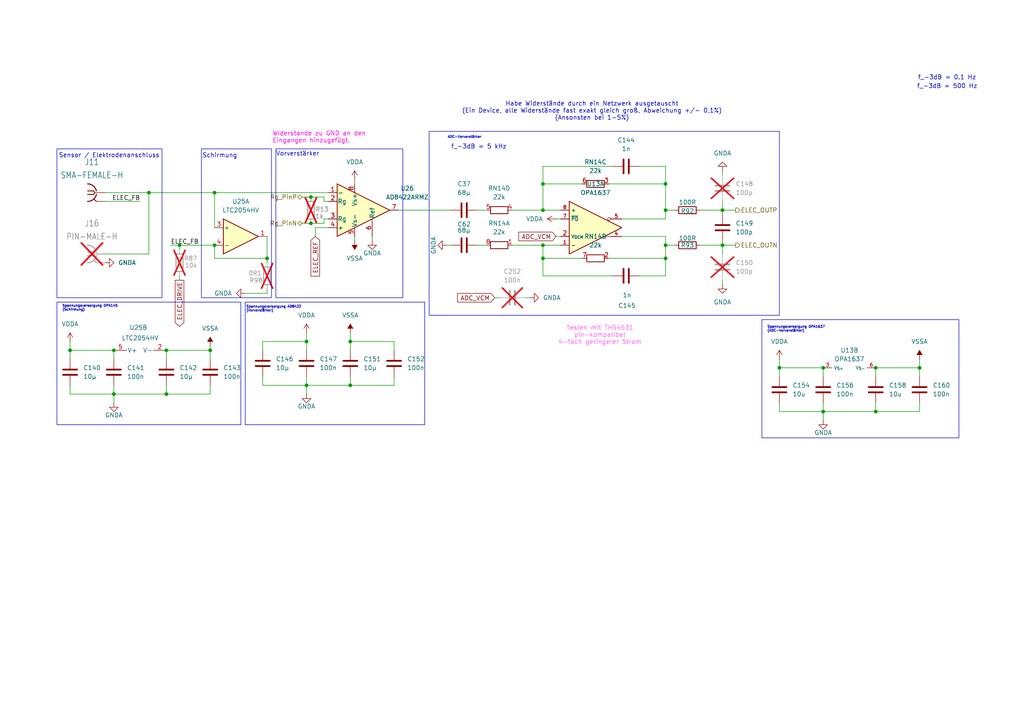
<source format=kicad_sch>
(kicad_sch (version 20250114) (generator "eeschema") (generator_version "9.0")
  (paper "A4")
  (lib_symbols
    (symbol "Amplifier_Instrumentation:AD8422" (pin_names (offset 0.127))
      (property "Reference" "U" (at 3.81 7.62 0))
      (property "Value" "AD8422" (at 3.81 5.08 0))
      (symbol "AD8422_0_1"
        (polyline (pts (xy -7.62 7.62) (xy -7.62 -7.62) (xy 7.62 0) (xy -7.62 7.62)) (stroke (width 0.254)) (fill (type background)))
      )
      (symbol "AD8422_1_1"
        (pin input line (at -10.16 5.08 0) (length 2.54) (name "-") (number "1"))
        (pin passive line (at -10.16 2.54 0) (length 2.54) (name "Rg") (number "2"))
        (pin passive line (at -10.16 -2.54 0) (length 2.54) (name "Rg") (number "3"))
        (pin input line (at -10.16 -5.08 0) (length 2.54) (name "+") (number "4"))
        (pin power_in line (at -2.54 7.62 270) (length 2.54) (name "Vs+") (number "8"))
        (pin power_in line (at -2.54 -7.62 90) (length 2.54) (name "Vs-") (number "5"))
        (pin passive line (at 2.54 -7.62 90) (length 5.08) (name "Ref") (number "6"))
        (pin output line (at 10.16 0 180) (length 2.54) (name "~") (number "7"))
      )
    )
    (symbol "amplifier:LTC2054HV" (pin_names (offset 0.127)) (exclude_from_sim yes)
      (property "Reference" "U" (at 0 5.08 0))
      (property "Value" "LTC2054" (at 0 -5.08 0))
      (symbol "LTC2054HV_1_1"
        (polyline (pts (xy -5.08 5.08) (xy 5.08 0) (xy -5.08 -5.08) (xy -5.08 5.08)) (stroke (width 0.254)) (fill (type background)))
        (pin input line (at -7.62 2.54 0) (length 2.54) (name "+") (number "3"))
        (pin input line (at -7.62 -2.54 0) (length 2.54) (name "-") (number "4"))
        (pin output line (at 7.62 0 180) (length 2.54) (name "~") (number "1"))
      )
      (symbol "LTC2054HV_2_1"
        (pin power_in line (at 0 7.62 270) (length 3.81) (name "V+") (number "5"))
        (pin power_in line (at 0 -7.62 90) (length 3.81) (name "V-") (number "2"))
      )
    )
    (symbol "amplifier:OPA145_SOT" (pin_names (offset 0.127)) (exclude_from_sim yes)
      (property "Reference" "U" (at 0 5.08 0))
      (property "Value" "OPA145_SOT" (at 0 -5.08 0))
      (symbol "OPA145_SOT_1_1"
        (polyline (pts (xy -5.08 5.08) (xy 5.08 0) (xy -5.08 -5.08) (xy -5.08 5.08)) (stroke (width 0.254)) (fill (type background)))
        (pin input line (at -7.62 2.54 0) (length 2.54) (name "+") (number "3"))
        (pin input line (at -7.62 -2.54 0) (length 2.54) (name "-") (number "4"))
        (pin output line (at 7.62 0 180) (length 2.54) (name "~") (number "1"))
      )
      (symbol "OPA145_SOT_2_1"
        (pin power_in line (at 0 7.62 270) (length 3.81) (name "V+") (number "5"))
        (pin power_in line (at 0 -7.62 90) (length 3.81) (name "V-") (number "2"))
      )
    )
    (symbol "amplifier:OPA1637" (exclude_from_sim yes)
      (property "Reference" "U" (at 6.35 -4.064 0))
      (property "Value" "OPA1637" (at 10.16 -6.35 0))
      (symbol "OPA1637_1_1"
        (polyline (pts (xy -7.62 7.62) (xy -7.62 -7.62) (xy 7.62 0) (xy -7.62 7.62)) (stroke (width 0.254)) (fill (type background)))
        (circle (center 3.937 2.54) (radius 0.4064))
        (polyline (pts (xy 4.445 -2.54) (xy 2.54 -2.54)))
        (pin input line (at -10.16 5.08 0) (length 2.54) (name "+") (number "8"))
        (pin input line (at -10.16 2.54 0) (length 2.54) (name "~{PD}") (number "7"))
        (pin input line (at -10.16 -2.54 0) (length 2.54) (name "V_{OCM}") (number "2"))
        (pin input line (at -10.16 -5.08 0) (length 2.54) (name "-") (number "1"))
        (pin output line (at 7.62 2.54 180) (length 3.175) (name "") (number "5"))
        (pin output line (at 7.62 -2.54 180) (length 3.175) (name "") (number "4"))
      )
      (symbol "OPA1637_2_1"
        (pin power_in line (at 0 7.62 270) (length 2.54) (name "V_{S+}") (number "3"))
        (pin power_in line (at 0 -7.62 90) (length 2.54) (name "V_{S-}") (number "6"))
      )
    )
    (symbol "connectors:PIN-MALE-H" (exclude_from_sim yes)
      (property "Reference" "J" (at -2.54 3.302 0))
      (property "Value" "PIN-MALE-H" (at -3.048 -5.334 0))
      (symbol "PIN-MALE-H_1_0"
        (polyline (pts (xy -2.54 0.508) (xy -0.762 0.508)) (stroke (width 0.254)))
        (arc (start 0 -0.508) (mid -0.9022 -1.9838) (end -2.54 -2.54) (stroke (width 0.3048)))
        (arc (start -2.54 2.54) (mid -0.9022 1.9838) (end 0 0.508) (stroke (width 0.3048)))
        (polyline (pts (xy -0.762 0.508) (xy -0.508 0)) (stroke (width 0.254)))
        (polyline (pts (xy -0.762 -0.508) (xy -2.54 -0.508)) (stroke (width 0.254)))
        (polyline (pts (xy -0.508 0) (xy -0.762 -0.508)) (stroke (width 0.254)))
        (polyline (pts (xy 0 0) (xy -0.508 0)) (stroke (width 0.1524)))
        (polyline (pts (xy 0 -2.54) (xy -0.762 -1.778)) (stroke (width 0.254)))
        (pin bidirectional line (at 2.54 0 180) (length 2.54) (name "SIG") (number "1"))
        (pin passive line (at 2.54 -2.54 180) (length 2.54) (name "GND") (number "2"))
      )
    )
    (symbol "connectors:SMA-FEMALE-H" (exclude_from_sim yes)
      (property "Reference" "J" (at -2.54 3.302 0))
      (property "Value" "SMA-FEMALE-H" (at -3.048 -5.334 0))
      (symbol "SMA-FEMALE-H_1_0"
        (polyline (pts (xy -2.54 0.508) (xy -0.762 0.508)) (stroke (width 0.254)))
        (arc (start 0 -0.508) (mid -0.9022 -1.9838) (end -2.54 -2.54) (stroke (width 0.3048)))
        (arc (start -2.54 2.54) (mid -0.9022 1.9838) (end 0 0.508) (stroke (width 0.3048)))
        (polyline (pts (xy -0.762 0.508) (xy -0.508 0)) (stroke (width 0.254)))
        (polyline (pts (xy -0.762 -0.508) (xy -2.54 -0.508)) (stroke (width 0.254)))
        (polyline (pts (xy -0.508 0) (xy -0.762 -0.508)) (stroke (width 0.254)))
        (polyline (pts (xy 0 0) (xy -0.508 0)) (stroke (width 0.1524)))
        (polyline (pts (xy 0 -2.54) (xy -0.762 -1.778)) (stroke (width 0.254)))
        (pin bidirectional line (at 2.54 0 180) (length 2.54) (name "SIG") (number "1"))
        (pin passive line (at 2.54 -2.54 180) (length 2.54) (name "GND") (number "2"))
      )
    )
    (symbol "passive:C0603" (pin_numbers (hide yes)) (pin_names (offset 0.254))
      (property "Reference" "C" (at 0.635 2.54 0))
      (property "Value" "C0603" (at 0.635 -2.54 0))
      (symbol "C0603_0_1"
        (polyline (pts (xy -2.032 0.762) (xy 2.032 0.762)) (stroke (width 0.508)))
        (polyline (pts (xy -2.032 -0.762) (xy 2.032 -0.762)) (stroke (width 0.508)))
      )
      (symbol "C0603_1_1"
        (pin passive line (at 0 3.81 270) (length 2.794) (name "~") (number "1"))
        (pin passive line (at 0 -3.81 90) (length 2.794) (name "~") (number "2"))
      )
    )
    (symbol "passive:R0603" (pin_numbers (hide yes)) (pin_names (offset 0))
      (property "Reference" "R" (at 2.032 0 90))
      (property "Value" "R" (at 0 0 90))
      (symbol "R0603_0_1"
        (rectangle (start -1.016 -2.54) (end 1.016 2.54) (stroke (width 0.254)))
      )
      (symbol "R0603_1_1"
        (pin passive line (at 0 3.81 270) (length 1.27) (name "~") (number "1"))
        (pin passive line (at 0 -3.81 90) (length 1.27) (name "~") (number "2"))
      )
    )
    (symbol "passive:R_Network_04_YC164" (pin_names (offset 0) (hide yes))
      (property "Reference" "RN" (at 2.032 0 90))
      (property "Value" "R_Network_04_YC164" (at 0 0 90))
      (symbol "R_Network_04_YC164_0_1"
        (rectangle (start -1.016 2.54) (end 1.016 -2.54) (stroke (width 0.254)) (fill (type color) (color 255 255 255 1)))
      )
      (symbol "R_Network_04_YC164_1_1"
        (pin passive line (at 0 3.81 270) (length 1.27) (name "R1.2") (number "8"))
        (pin passive line (at 0 -3.81 90) (length 1.27) (name "R1.1") (number "1"))
      )
      (symbol "R_Network_04_YC164_2_1"
        (pin passive line (at 0 3.81 270) (length 1.27) (name "R2.2") (number "7"))
        (pin passive line (at 0 -3.81 90) (length 1.27) (name "R2.1") (number "2"))
      )
      (symbol "R_Network_04_YC164_3_0"
        (pin passive line (at 0 3.81 270) (length 1.27) (name "R3.2") (number "6"))
      )
      (symbol "R_Network_04_YC164_3_1"
        (pin passive line (at 0 -3.81 90) (length 1.27) (name "R3.1") (number "3"))
      )
      (symbol "R_Network_04_YC164_4_0"
        (pin passive line (at 0 3.81 270) (length 1.27) (name "R4.2") (number "5"))
        (pin passive line (at 0 -3.81 90) (length 1.27) (name "R4.1") (number "4"))
      )
    )
    (symbol "power:GND" (power) (pin_numbers (hide yes)) (pin_names (offset 0) (hide yes))
      (property "Value" "GND" (at 0 -3.81 0))
      (symbol "GND_0_1"
        (polyline (pts (xy 0 0) (xy 0 -1.27) (xy 1.27 -1.27) (xy 0 -2.54) (xy -1.27 -1.27) (xy 0 -1.27)))
      )
      (symbol "GND_1_1"
        (pin power_in line (at 0 0 270) (length 0) (name "~") (number "1"))
      )
    )
    (symbol "power:GNDA" (power) (pin_numbers (hide yes)) (pin_names (offset 0) (hide yes))
      (property "Value" "GNDA" (at 0 -3.81 0))
      (symbol "GNDA_0_1"
        (polyline (pts (xy 0 0) (xy 0 -1.27) (xy 1.27 -1.27) (xy 0 -2.54) (xy -1.27 -1.27) (xy 0 -1.27)))
      )
      (symbol "GNDA_1_1"
        (pin power_in line (at 0 0 270) (length 0) (name "~") (number "1"))
      )
    )
    (symbol "power:VDDA" (power) (pin_numbers (hide yes)) (pin_names (offset 0) (hide yes))
      (property "Value" "VDDA" (at 0 3.556 0))
      (symbol "VDDA_0_1"
        (polyline (pts (xy -0.762 1.27) (xy 0 2.54)))
        (polyline (pts (xy 0 2.54) (xy 0.762 1.27)))
        (polyline (pts (xy 0 0) (xy 0 2.54)))
      )
      (symbol "VDDA_1_1"
        (pin power_in line (at 0 0 90) (length 0) (name "~") (number "1"))
      )
    )
    (symbol "power:VSSA" (power) (pin_numbers (hide yes)) (pin_names (offset 0) (hide yes))
      (property "Value" "VSSA" (at 0 3.556 0))
      (symbol "VSSA_0_1"
        (polyline (pts (xy 0 0) (xy 0 2.54)))
        (polyline (pts (xy 0.762 1.27) (xy -0.762 1.27) (xy 0 2.54) (xy 0.762 1.27)) (fill (type outline)))
      )
      (symbol "VSSA_1_1"
        (pin power_in line (at 0 0 90) (length 0) (name "~") (number "1"))
      )
    )
  )
  (rectangle (start 220.98 92.71) (end 278.13 127))
  (rectangle (start 58.42 43.18) (end 78.74 86.36))
  (rectangle (start 16.51 87.63) (end 69.85 123.19))
  (rectangle (start 124.46 38.1) (end 226.06 91.44))
  (rectangle (start 80.01 43.18) (end 116.84 86.36))
  (rectangle (start 71.12 87.63) (end 123.19 123.19))
  (rectangle (start 16.51 43.18) (end 46.99 86.36))
  (text "Spannungsversorgung AD8422\n(Vorverstärker)" (at 71.374 89.662 0) (effects (font (size 0.7 0.7)) (justify left)))
  (text "f_-3dB = 0.1 Hz" (at 266.192 21.844 0) (effects (font (size 1.27 1.27)) (justify left top)))
  (text "Testen mit THS4531\npin-kompatibel\n4-fach geringerer Strom" (at 173.99 97.282 0) (effects (font (size 1.27 1.27))))
  (text "Schirmung" (at 63.754 45.212 0) (effects (font (size 1.27 1.27))))
  (text "Vorverstärker" (at 86.36 44.704 0) (effects (font (size 1.27 1.27))))
  (text "Spannungsversorgung OPA1637\n(ADC-Vorverstärker)" (at 222.504 95.504 0) (effects (font (size 0.7 0.7)) (justify left)))
  (text "Spannungsversorgung OPA145\n(Schirmung)" (at 18.034 89.408 0) (effects (font (size 0.7 0.7)) (justify left)))
  (text "ADC-Vorverstärker" (at 129.794 39.878 0) (effects (font (size 0.7 0.7)) (justify left)))
  (text "Sensor / Elektrodenanschluss" (at 17.018 44.45 0) (effects (font (size 1.27 1.27)) (justify left top)))
  (text "Habe Widerstände durch ein Netzwerk ausgetauscht\n(Ein Device, alle Widerstände fast exakt gleich groß, Abweichung +/- 0,1%)\n(Ansonsten bei 1-5%)" (at 171.704 32.258 0) (effects (font (size 1.27 1.27))))
  (text "f_-3dB = 500 Hz" (at 265.938 24.384 0) (effects (font (size 1.27 1.27)) (justify left top)))
  (text "WIderstande zu GND an den \nEingangen hinzugefügt." (at 78.994 39.878 0) (effects (font (size 1.27 1.27)) (justify left)))
  (text "f_-3dB = 5 kHz" (at 130.81 41.91 0) (effects (font (size 1.27 1.27)) (justify left top)))
  (junction (at 62.23 55.88))
  (junction (at 60.96 101.6))
  (junction (at 101.6 99.06))
  (junction (at 157.48 71.12))
  (junction (at 157.48 53.34))
  (junction (at 209.55 60.96))
  (junction (at 254 106.68))
  (junction (at 33.02 101.6))
  (junction (at 157.48 60.96))
  (junction (at 48.26 114.3))
  (junction (at 254 119.38))
  (junction (at 20.32 101.6))
  (junction (at 77.47 74.93))
  (junction (at 48.26 101.6))
  (junction (at 238.76 119.38))
  (junction (at 62.23 71.12))
  (junction (at 193.04 60.96))
  (junction (at 33.02 114.3))
  (junction (at 157.48 74.93))
  (junction (at 226.06 106.68))
  (junction (at 101.6 111.76))
  (junction (at 193.04 71.12))
  (junction (at 238.76 106.68))
  (junction (at 90.17 57.15))
  (junction (at 88.9 111.76))
  (junction (at 90.17 64.77))
  (junction (at 43.18 55.88))
  (junction (at 209.55 71.12))
  (junction (at 88.9 99.06))
  (junction (at 193.04 74.93))
  (junction (at 52.07 71.12))
  (junction (at 193.04 53.34))
  (junction (at 266.7 106.68))
  (wire (pts (xy 129.54 71.12) (xy 130.81 71.12)))
  (wire (pts (xy 176.53 53.34) (xy 193.04 53.34)))
  (wire (pts (xy 157.48 60.96) (xy 162.56 60.96)))
  (wire (pts (xy 226.06 106.68) (xy 238.76 106.68)))
  (wire (pts (xy 254 106.68) (xy 254 109.22)))
  (wire (pts (xy 161.29 63.5) (xy 162.56 63.5)))
  (wire (pts (xy 193.04 68.58) (xy 193.04 71.12)))
  (wire (pts (xy 157.48 60.96) (xy 157.48 53.34)))
  (wire (pts (xy 143.51 86.36) (xy 144.78 86.36)))
  (wire (pts (xy 226.06 106.68) (xy 226.06 109.22)))
  (wire (pts (xy 60.96 100.33) (xy 60.96 101.6)))
  (wire (pts (xy 30.48 73.66) (xy 43.18 73.66)))
  (wire (pts (xy 185.42 80.01) (xy 193.04 80.01)))
  (wire (pts (xy 48.26 111.76) (xy 48.26 114.3)))
  (wire (pts (xy 209.55 71.12) (xy 213.36 71.12)))
  (wire (pts (xy 209.55 60.96) (xy 213.36 60.96)))
  (wire (pts (xy 48.26 101.6) (xy 48.26 104.14)))
  (wire (pts (xy 226.06 119.38) (xy 238.76 119.38)))
  (wire (pts (xy 102.87 68.58) (xy 102.87 69.85)))
  (wire (pts (xy 254 119.38) (xy 266.7 119.38)))
  (wire (pts (xy 76.2 99.06) (xy 76.2 101.6)))
  (wire (pts (xy 62.23 55.88) (xy 95.25 55.88)))
  (wire (pts (xy 203.2 71.12) (xy 209.55 71.12)))
  (wire (pts (xy 20.32 99.06) (xy 20.32 101.6)))
  (wire (pts (xy 193.04 60.96) (xy 193.04 63.5)))
  (wire (pts (xy 209.55 71.12) (xy 209.55 69.85)))
  (wire (pts (xy 115.57 60.96) (xy 130.81 60.96)))
  (wire (pts (xy 209.55 49.53) (xy 209.55 50.8)))
  (wire (pts (xy 193.04 71.12) (xy 193.04 74.93)))
  (wire (pts (xy 87.63 57.15) (xy 90.17 57.15)))
  (wire (pts (xy 90.17 57.15) (xy 93.98 57.15)))
  (wire (pts (xy 52.07 71.12) (xy 52.07 72.39)))
  (wire (pts (xy 48.26 101.6) (xy 60.96 101.6)))
  (wire (pts (xy 101.6 99.06) (xy 101.6 101.6)))
  (wire (pts (xy 30.48 55.88) (xy 43.18 55.88)))
  (wire (pts (xy 157.48 71.12) (xy 162.56 71.12)))
  (wire (pts (xy 157.48 74.93) (xy 157.48 80.01)))
  (wire (pts (xy 102.87 52.07) (xy 102.87 53.34)))
  (wire (pts (xy 90.17 64.77) (xy 93.98 64.77)))
  (wire (pts (xy 238.76 106.68) (xy 238.76 109.22)))
  (wire (pts (xy 114.3 99.06) (xy 114.3 101.6)))
  (wire (pts (xy 148.59 60.96) (xy 157.48 60.96)))
  (wire (pts (xy 157.48 48.26) (xy 157.48 53.34)))
  (wire (pts (xy 209.55 71.12) (xy 209.55 73.66)))
  (wire (pts (xy 52.07 71.12) (xy 62.23 71.12)))
  (wire (pts (xy 93.98 57.15) (xy 93.98 58.42)))
  (wire (pts (xy 161.29 68.58) (xy 162.56 68.58)))
  (wire (pts (xy 140.97 60.96) (xy 138.43 60.96)))
  (wire (pts (xy 114.3 109.22) (xy 114.3 111.76)))
  (wire (pts (xy 93.98 64.77) (xy 93.98 63.5)))
  (wire (pts (xy 157.48 48.26) (xy 177.8 48.26)))
  (wire (pts (xy 176.53 74.93) (xy 193.04 74.93)))
  (wire (pts (xy 101.6 109.22) (xy 101.6 111.76)))
  (wire (pts (xy 60.96 111.76) (xy 60.96 114.3)))
  (wire (pts (xy 254 116.84) (xy 254 119.38)))
  (wire (pts (xy 91.44 68.58) (xy 91.44 66.04)))
  (wire (pts (xy 101.6 99.06) (xy 114.3 99.06)))
  (wire (pts (xy 76.2 111.76) (xy 88.9 111.76)))
  (wire (pts (xy 33.02 114.3) (xy 48.26 114.3)))
  (wire (pts (xy 193.04 53.34) (xy 193.04 60.96)))
  (wire (pts (xy 30.48 58.42) (xy 40.64 58.42)))
  (wire (pts (xy 209.55 58.42) (xy 209.55 60.96)))
  (wire (pts (xy 77.47 85.09) (xy 77.47 83.82)))
  (wire (pts (xy 43.18 73.66) (xy 43.18 55.88)))
  (wire (pts (xy 238.76 116.84) (xy 238.76 119.38)))
  (wire (pts (xy 49.53 71.12) (xy 52.07 71.12)))
  (wire (pts (xy 138.43 71.12) (xy 140.97 71.12)))
  (wire (pts (xy 157.48 74.93) (xy 168.91 74.93)))
  (wire (pts (xy 93.98 63.5) (xy 95.25 63.5)))
  (wire (pts (xy 148.59 71.12) (xy 157.48 71.12)))
  (wire (pts (xy 226.06 116.84) (xy 226.06 119.38)))
  (wire (pts (xy 62.23 71.12) (xy 62.23 74.93)))
  (wire (pts (xy 76.2 109.22) (xy 76.2 111.76)))
  (wire (pts (xy 107.95 68.58) (xy 107.95 69.85)))
  (wire (pts (xy 33.02 101.6) (xy 33.02 104.14)))
  (wire (pts (xy 185.42 48.26) (xy 193.04 48.26)))
  (wire (pts (xy 60.96 101.6) (xy 60.96 104.14)))
  (wire (pts (xy 193.04 60.96) (xy 195.58 60.96)))
  (wire (pts (xy 193.04 74.93) (xy 193.04 80.01)))
  (wire (pts (xy 43.18 55.88) (xy 62.23 55.88)))
  (wire (pts (xy 266.7 106.68) (xy 266.7 109.22)))
  (wire (pts (xy 33.02 111.76) (xy 33.02 114.3)))
  (wire (pts (xy 266.7 104.14) (xy 266.7 106.68)))
  (wire (pts (xy 152.4 86.36) (xy 153.67 86.36)))
  (wire (pts (xy 87.63 64.77) (xy 90.17 64.77)))
  (wire (pts (xy 20.32 101.6) (xy 20.32 104.14)))
  (wire (pts (xy 209.55 60.96) (xy 209.55 62.23)))
  (wire (pts (xy 193.04 71.12) (xy 195.58 71.12)))
  (wire (pts (xy 88.9 111.76) (xy 101.6 111.76)))
  (wire (pts (xy 77.47 68.58) (xy 77.47 74.93)))
  (wire (pts (xy 193.04 63.5) (xy 180.34 63.5)))
  (wire (pts (xy 193.04 48.26) (xy 193.04 53.34)))
  (wire (pts (xy 88.9 109.22) (xy 88.9 111.76)))
  (wire (pts (xy 203.2 60.96) (xy 209.55 60.96)))
  (wire (pts (xy 157.48 53.34) (xy 168.91 53.34)))
  (wire (pts (xy 20.32 111.76) (xy 20.32 114.3)))
  (wire (pts (xy 266.7 116.84) (xy 266.7 119.38)))
  (wire (pts (xy 88.9 111.76) (xy 88.9 114.3)))
  (wire (pts (xy 88.9 96.52) (xy 88.9 99.06)))
  (wire (pts (xy 180.34 68.58) (xy 193.04 68.58)))
  (wire (pts (xy 88.9 99.06) (xy 88.9 101.6)))
  (wire (pts (xy 33.02 114.3) (xy 33.02 116.84)))
  (wire (pts (xy 48.26 114.3) (xy 60.96 114.3)))
  (wire (pts (xy 20.32 114.3) (xy 33.02 114.3)))
  (wire (pts (xy 101.6 96.52) (xy 101.6 99.06)))
  (wire (pts (xy 62.23 74.93) (xy 77.47 74.93)))
  (wire (pts (xy 62.23 55.88) (xy 62.23 66.04)))
  (wire (pts (xy 76.2 99.06) (xy 88.9 99.06)))
  (wire (pts (xy 101.6 111.76) (xy 114.3 111.76)))
  (wire (pts (xy 226.06 104.14) (xy 226.06 106.68)))
  (wire (pts (xy 91.44 66.04) (xy 95.25 66.04)))
  (wire (pts (xy 238.76 119.38) (xy 238.76 121.92)))
  (wire (pts (xy 254 106.68) (xy 266.7 106.68)))
  (wire (pts (xy 20.32 101.6) (xy 33.02 101.6)))
  (wire (pts (xy 238.76 119.38) (xy 254 119.38)))
  (wire (pts (xy 209.55 81.28) (xy 209.55 82.55)))
  (wire (pts (xy 157.48 80.01) (xy 177.8 80.01)))
  (wire (pts (xy 71.12 85.09) (xy 77.47 85.09)))
  (wire (pts (xy 157.48 71.12) (xy 157.48 74.93)))
  (wire (pts (xy 77.47 74.93) (xy 77.47 76.2)))
  (wire (pts (xy 93.98 58.42) (xy 95.25 58.42)))
  (wire (pts (xy 52.07 80.01) (xy 52.07 81.28)))
  (label "ELEC_FB" (at 49.53 71.12 0))
  (label "ELEC_FB" (at 40.64 58.42 180))
  (global_label "ADC_VCM" (shape input) (at 161.29 68.58 180) (property "Intersheetrefs" "${INTERSHEET_REFS}" (effects (hide yes))))
  (global_label "ELEC_DRIVE" (shape output) (at 52.07 81.28 270) (property "Intersheetrefs" "${INTERSHEET_REFS}" (effects (hide yes))))
  (global_label "ADC_VCM" (shape input) (at 143.51 86.36 180) (property "Intersheetrefs" "${INTERSHEET_REFS}" (effects (hide yes))))
  (global_label "ELEC_REF" (shape input) (at 91.44 68.58 270) (property "Intersheetrefs" "${INTERSHEET_REFS}" (effects (hide yes))))
  (hierarchical_label "Rg_PinP" (shape bidirectional) (at 87.63 57.15 180))
  (hierarchical_label "ELEC_OUTP" (shape output) (at 213.36 60.96 0))
  (hierarchical_label "Rg_PinN" (shape bidirectional) (at 87.63 64.77 180))
  (hierarchical_label "ELEC_OUTN" (shape output) (at 213.36 71.12 0))
  (symbol (lib_id "passive:C0603") (at 48.26 107.95 0) (unit 1)
    (property "Reference" "C17" (at 52.07 106.6799 0) (effects (justify left)))
    (property "Value" "10µ" (at 52.07 109.2199 0) (effects (justify left)))
    (property "Footprint" "Capacitor_SMD:C_0603_1608Metric" (effects (hide yes)))
    (property "Description" "Unpolarized capacitor" (effects (hide yes)))
    (instances (project "Hardware_Generation_3" (path "" (reference "C142") (unit 1)) (path "" (reference "C92") (unit 1)) (path "" (reference "C167") (unit 1)) (path "" (reference "C17") (unit 1)) (path "" (reference "C192") (unit 1)) (path "" (reference "C67") (unit 1)) (path "" (reference "C117") (unit 1)) (path "" (reference "C42") (unit 1))))
  )
  (symbol (lib_id "passive:R0603") (at 77.47 80.01 0) (unit 1) (in_bom no) (dnp yes)
    (property "Reference" "R91" (at 76.2 81.28 0) (effects (justify right)))
    (property "Value" "0R1" (at 75.946 79.248 0) (effects (justify right)))
    (property "Footprint" "Resistor_SMD:R_0603_1608Metric" (effects (hide yes)))
    (property "Description" "Resistor" (effects (hide yes)))
    (instances (project "eeg_hardware_v1" (path "" (reference "R98") (unit 1)) (path "" (reference "R96") (unit 1)) (path "" (reference "R99") (unit 1)) (path "" (reference "R91") (unit 1)) (path "" (reference "R100") (unit 1)) (path "" (reference "R95") (unit 1)) (path "" (reference "R97") (unit 1)) (path "" (reference "R94") (unit 1))))
  )
  (symbol (lib_id "power:VSSA") (at 101.6 96.52 0) (unit 1)
    (property "Reference" "#PWR087" (effects (hide yes)))
    (property "Value" "VSSA" (at 101.6 91.44 0))
    (property "Description" "Power symbol creates a global label with name \"VSSA\"" (effects (hide yes)))
    (instances (project "eeg_hardware_v1" (path "" (reference "#PWR0120") (unit 1)) (path "" (reference "#PWR0111") (unit 1)) (path "" (reference "#PWR0127") (unit 1)) (path "" (reference "#PWR087") (unit 1)) (path "" (reference "#PWR0134") (unit 1)) (path "" (reference "#PWR0110") (unit 1)) (path "" (reference "#PWR0119") (unit 1)) (path "" (reference "#PWR0103") (unit 1))))
  )
  (symbol (lib_id "power:GNDA") (at 71.12 85.09 270) (unit 1)
    (property "Reference" "#PWR0205" (effects (hide yes)))
    (property "Value" "GNDA" (at 67.31 85.0899 90) (effects (justify right)))
    (property "Description" "Power symbol creates a global label with name \"GNDA\" , analog ground" (effects (hide yes)))
    (instances (project "eeg_hardware_v1" (path "" (reference "#PWR0210") (unit 1)) (path "" (reference "#PWR0208") (unit 1)) (path "" (reference "#PWR0212") (unit 1)) (path "" (reference "#PWR0205") (unit 1)) (path "" (reference "#PWR0215") (unit 1)) (path "" (reference "#PWR0207") (unit 1)) (path "" (reference "#PWR0209") (unit 1)) (path "" (reference "#PWR0206") (unit 1))))
  )
  (symbol (lib_id "passive:C0603") (at 266.7 113.03 0) (unit 1)
    (property "Reference" "C35" (at 270.51 111.7599 0) (effects (justify left)))
    (property "Value" "100n" (at 270.51 114.2999 0) (effects (justify left)))
    (property "Footprint" "Capacitor_SMD:C_0603_1608Metric" (effects (hide yes)))
    (property "Description" "Unpolarized capacitor" (effects (hide yes)))
    (instances (project "Hardware_Generation_3" (path "" (reference "C160") (unit 1)) (path "" (reference "C110") (unit 1)) (path "" (reference "C185") (unit 1)) (path "" (reference "C35") (unit 1)) (path "" (reference "C210") (unit 1)) (path "" (reference "C85") (unit 1)) (path "" (reference "C135") (unit 1)) (path "" (reference "C60") (unit 1))))
  )
  (symbol (lib_id "amplifier:OPA1637") (at 246.38 106.68 90) (unit 2) (exclude_from_sim yes)
    (property "Reference" "U5" (at 246.38 101.6 90))
    (property "Value" "OPA1637" (at 246.38 104.14 90))
    (property "Footprint" "custom_library:VSSOP-8_3x3mm_P0.65mm" (effects (hide yes)))
    (property "Datasheet" "https://www.ti.com/lit/ds/symlink/opa1637.pdf?ts=1730469635189&ref_url=https%253A%252F%252Fwww.ti.com%252Fproduct%252Fde-de%252FOPA1637" (effects (hide yes)))
    (property "Description" "OPA1637 High-Fidelity, Low-Noise, Fully-Differential, Burr-Brown™ Audio Operational Amplifier" (effects (hide yes)))
    (instances (project "" (path "" (reference "U13") (unit 2)) (path "" (reference "U10") (unit 2)) (path "" (reference "U15") (unit 2)) (path "" (reference "U5") (unit 2)) (path "" (reference "U17") (unit 2)) (path "" (reference "U8") (unit 2)) (path "" (reference "U12") (unit 2)) (path "" (reference "U7") (unit 2))))
  )
  (symbol (lib_id "passive:C0603") (at 60.96 107.95 0) (unit 1)
    (property "Reference" "C18" (at 64.77 106.6799 0) (effects (justify left)))
    (property "Value" "100n" (at 64.77 109.2199 0) (effects (justify left)))
    (property "Footprint" "Capacitor_SMD:C_0603_1608Metric" (effects (hide yes)))
    (property "Description" "Unpolarized capacitor" (effects (hide yes)))
    (instances (project "Hardware_Generation_3" (path "" (reference "C143") (unit 1)) (path "" (reference "C93") (unit 1)) (path "" (reference "C168") (unit 1)) (path "" (reference "C18") (unit 1)) (path "" (reference "C193") (unit 1)) (path "" (reference "C68") (unit 1)) (path "" (reference "C118") (unit 1)) (path "" (reference "C43") (unit 1))))
  )
  (symbol (lib_id "power:VSSA") (at 266.7 104.14 0) (unit 1)
    (property "Reference" "#PWR0175" (effects (hide yes)))
    (property "Value" "VSSA" (at 266.7 99.06 0))
    (property "Description" "Power symbol creates a global label with name \"VSSA\"" (effects (hide yes)))
    (instances (project "eeg_hardware_v1" (path "" (reference "#PWR0186") (unit 1)) (path "" (reference "#PWR0182") (unit 1)) (path "" (reference "#PWR0191") (unit 1)) (path "" (reference "#PWR0175") (unit 1)) (path "" (reference "#PWR0192") (unit 1)) (path "" (reference "#PWR0179") (unit 1)) (path "" (reference "#PWR0183") (unit 1)) (path "" (reference "#PWR0176") (unit 1))))
  )
  (symbol (lib_id "connectors:PIN-MALE-H") (at 27.94 73.66 0) (unit 1) (exclude_from_sim yes) (in_bom no) (dnp yes)
    (property "Reference" "J2" (at 26.67 64.77 0) (effects (font (size 1.778 1.5113))))
    (property "Value" "PIN-MALE-H" (at 26.67 68.58 0) (effects (font (size 1.778 1.5113))))
    (property "Footprint" "connectors:PinHeader_1x02_P2.54mm_Vertical" (effects (hide yes)))
    (instances (project "" (path "" (reference "J16") (unit 1)) (path "" (reference "J12") (unit 1)) (path "" (reference "J18") (unit 1)) (path "" (reference "J2") (unit 1)) (path "" (reference "J20") (unit 1)) (path "" (reference "J10") (unit 1)) (path "" (reference "J14") (unit 1)) (path "" (reference "J8") (unit 1))))
  )
  (symbol (lib_id "passive:C0603") (at 20.32 107.95 0) (unit 1)
    (property "Reference" "C15" (at 24.13 106.6799 0) (effects (justify left)))
    (property "Value" "10µ" (at 24.13 109.2199 0) (effects (justify left)))
    (property "Footprint" "Capacitor_SMD:C_0603_1608Metric" (effects (hide yes)))
    (property "Description" "Unpolarized capacitor" (effects (hide yes)))
    (instances (project "Hardware_Generation_3" (path "" (reference "C140") (unit 1)) (path "" (reference "C90") (unit 1)) (path "" (reference "C165") (unit 1)) (path "" (reference "C15") (unit 1)) (path "" (reference "C190") (unit 1)) (path "" (reference "C65") (unit 1)) (path "" (reference "C115") (unit 1)) (path "" (reference "C40") (unit 1))))
  )
  (symbol (lib_id "power:VDDA") (at 20.32 99.06 0) (unit 1)
    (property "Reference" "#PWR018" (effects (hide yes)))
    (property "Value" "VDDA" (at 20.32 93.98 0))
    (property "Description" "Power symbol creates a global label with name \"VDDA\"" (effects (hide yes)))
    (instances (project "" (path "" (reference "#PWR0123") (unit 1)) (path "" (reference "#PWR090") (unit 1)) (path "" (reference "#PWR0138") (unit 1)) (path "" (reference "#PWR018") (unit 1)) (path "" (reference "#PWR0146") (unit 1)) (path "" (reference "#PWR066") (unit 1)) (path "" (reference "#PWR0114") (unit 1)) (path "" (reference "#PWR042") (unit 1))))
  )
  (symbol (lib_id "passive:C0603") (at 209.55 54.61 0) (unit 1) (in_bom no) (dnp yes)
    (property "Reference" "C23" (at 213.36 53.3399 0) (effects (justify left)))
    (property "Value" "100p" (at 213.36 55.8799 0) (effects (justify left)))
    (property "Footprint" "Capacitor_SMD:C_0603_1608Metric" (effects (hide yes)))
    (property "Description" "Unpolarized capacitor" (effects (hide yes)))
    (instances (project "Hardware_Generation_3" (path "" (reference "C148") (unit 1)) (path "" (reference "C98") (unit 1)) (path "" (reference "C173") (unit 1)) (path "" (reference "C23") (unit 1)) (path "" (reference "C198") (unit 1)) (path "" (reference "C73") (unit 1)) (path "" (reference "C123") (unit 1)) (path "" (reference "C48") (unit 1))))
  )
  (symbol (lib_id "power:GND") (at 88.9 114.3 0) (unit 1)
    (property "Reference" "#PWR025" (effects (hide yes)))
    (property "Value" "GNDA" (at 88.9 117.856 0))
    (property "Description" "Power symbol creates a global label with name \"GND\" , ground" (effects (hide yes)))
    (instances (project "Hardware_Generation_3" (path "" (reference "#PWR0145") (unit 1)) (path "" (reference "#PWR097") (unit 1)) (path "" (reference "#PWR0169") (unit 1)) (path "" (reference "#PWR025") (unit 1)) (path "" (reference "#PWR0193") (unit 1)) (path "" (reference "#PWR073") (unit 1)) (path "" (reference "#PWR0121") (unit 1)) (path "" (reference "#PWR049") (unit 1))))
  )
  (symbol (lib_id "passive:R0603") (at 90.17 60.96 180) (unit 1) (in_bom no) (dnp yes)
    (property "Reference" "R1" (at 91.44 60.706 0) (effects (justify right)))
    (property "Value" "1k" (at 91.44 62.738 0) (effects (justify right)))
    (property "Footprint" "Resistor_SMD:R_0603_1608Metric" (effects (hide yes)))
    (property "Description" "Resistor" (effects (hide yes)))
    (instances (project "Hardware_Generation_3" (path "" (reference "R13") (unit 1)) (path "" (reference "R4") (unit 1)) (path "" (reference "R14") (unit 1)) (path "" (reference "R1") (unit 1)) (path "" (reference "R15") (unit 1)) (path "" (reference "R3") (unit 1)) (path "" (reference "R12") (unit 1)) (path "" (reference "R2") (unit 1))))
  )
  (symbol (lib_id "amplifier:LTC2054HV") (at 69.85 68.58 0) (unit 1) (exclude_from_sim yes)
    (property "Reference" "U4" (at 69.85 58.42 0))
    (property "Value" "LTC2054HV" (at 69.85 60.96 0))
    (property "Footprint" "Package_TO_SOT_SMD:SOT-23-5_HandSoldering" (effects (hide yes)))
    (property "Datasheet" "https://www.analog.com/media/en/technical-documentation/data-sheets/20545fc.pdf" (effects (hide yes)))
    (property "Description" "Single/Dual Micropower Zero-Drift Operational Amplifiers" (effects (hide yes)))
    (instances (project "" (path "" (reference "U25") (unit 1)) (path "" (reference "U18") (unit 1)) (path "" (reference "U29") (unit 1)) (path "" (reference "U4") (unit 1)) (path "" (reference "U32") (unit 1)) (path "" (reference "U14") (unit 1)) (path "" (reference "U22") (unit 1)) (path "" (reference "U9") (unit 1))))
  )
  (symbol (lib_id "passive:C0603") (at 226.06 113.03 0) (unit 1)
    (property "Reference" "C29" (at 229.87 111.7599 0) (effects (justify left)))
    (property "Value" "10u" (at 229.87 114.2999 0) (effects (justify left)))
    (property "Footprint" "Capacitor_SMD:C_0603_1608Metric" (effects (hide yes)))
    (property "Description" "Unpolarized capacitor" (effects (hide yes)))
    (property "Sim.Device" "C" (effects (hide yes)))
    (property "Sim.Pins" "1=+ 2=-" (effects (hide yes)))
    (instances (project "Hardware_Generation_3" (path "" (reference "C154") (unit 1)) (path "" (reference "C104") (unit 1)) (path "" (reference "C179") (unit 1)) (path "" (reference "C29") (unit 1)) (path "" (reference "C204") (unit 1)) (path "" (reference "C79") (unit 1)) (path "" (reference "C129") (unit 1)) (path "" (reference "C54") (unit 1))))
  )
  (symbol (lib_id "power:VDDA") (at 161.29 63.5 90) (unit 1)
    (property "Reference" "#PWR035" (effects (hide yes)))
    (property "Value" "VDDA" (at 157.48 63.4999 90) (effects (justify left)))
    (property "Description" "Power symbol creates a global label with name \"VDDA\"" (effects (hide yes)))
    (instances (project "eeg_hardware_v1" (path "" (reference "#PWR057") (unit 1)) (path "" (reference "#PWR040") (unit 1)) (path "" (reference "#PWR059") (unit 1)) (path "" (reference "#PWR035") (unit 1)) (path "" (reference "#PWR060") (unit 1)) (path "" (reference "#PWR037") (unit 1)) (path "" (reference "#PWR041") (unit 1)) (path "" (reference "#PWR036") (unit 1))))
  )
  (symbol (lib_id "passive:C0603") (at 134.62 60.96 270) (unit 1)
    (property "Reference" "C28" (at 134.62 53.34 90))
    (property "Value" "68µ" (at 134.62 55.88 90))
    (property "Footprint" "Capacitor_SMD:C_0603_1608Metric" (effects (hide yes)))
    (property "Description" "Unpolarized capacitor" (effects (hide yes)))
    (instances (project "eeg_hardware_v1" (path "" (reference "C37") (unit 1)) (path "" (reference "C34") (unit 1)) (path "" (reference "C38") (unit 1)) (path "" (reference "C28") (unit 1)) (path "" (reference "C39") (unit 1)) (path "" (reference "C32") (unit 1)) (path "" (reference "C36") (unit 1)) (path "" (reference "C30") (unit 1))))
  )
  (symbol (lib_id "passive:C0603") (at 181.61 80.01 90) (unit 1)
    (property "Reference" "C20" (at 181.864 88.646 90))
    (property "Value" "1n" (at 181.864 85.598 90))
    (property "Footprint" "Capacitor_SMD:C_0603_1608Metric" (effects (hide yes)))
    (property "Description" "Unpolarized capacitor" (effects (hide yes)))
    (instances (project "Hardware_Generation_3" (path "" (reference "C145") (unit 1)) (path "" (reference "C95") (unit 1)) (path "" (reference "C170") (unit 1)) (path "" (reference "C20") (unit 1)) (path "" (reference "C195") (unit 1)) (path "" (reference "C70") (unit 1)) (path "" (reference "C120") (unit 1)) (path "" (reference "C45") (unit 1))))
  )
  (symbol (lib_id "power:GND") (at 107.95 69.85 0) (unit 1)
    (property "Reference" "#PWR030" (effects (hide yes)))
    (property "Value" "GNDA" (at 107.95 73.406 0))
    (property "Description" "Power symbol creates a global label with name \"GND\" , ground" (effects (hide yes)))
    (instances (project "Hardware_Generation_3" (path "" (reference "#PWR0150") (unit 1)) (path "" (reference "#PWR0102") (unit 1)) (path "" (reference "#PWR0174") (unit 1)) (path "" (reference "#PWR030") (unit 1)) (path "" (reference "#PWR0198") (unit 1)) (path "" (reference "#PWR078") (unit 1)) (path "" (reference "#PWR0126") (unit 1)) (path "" (reference "#PWR054") (unit 1))))
  )
  (symbol (lib_id "power:GND") (at 129.54 71.12 270) (unit 1)
    (property "Reference" "#PWR020" (effects (hide yes)))
    (property "Value" "GNDA" (at 125.73 68.58 0) (effects (justify left)))
    (property "Description" "Power symbol creates a global label with name \"GND\" , ground" (effects (hide yes)))
    (instances (project "Hardware_Generation_3" (path "" (reference "#PWR0140") (unit 1)) (path "" (reference "#PWR092") (unit 1)) (path "" (reference "#PWR0164") (unit 1)) (path "" (reference "#PWR020") (unit 1)) (path "" (reference "#PWR0188") (unit 1)) (path "" (reference "#PWR068") (unit 1)) (path "" (reference "#PWR0116") (unit 1)) (path "" (reference "#PWR044") (unit 1))))
  )
  (symbol (lib_id "passive:C0603") (at 101.6 105.41 0) (unit 1)
    (property "Reference" "C26" (at 105.41 104.1399 0) (effects (justify left)))
    (property "Value" "10µ" (at 105.41 106.6799 0) (effects (justify left)))
    (property "Footprint" "Capacitor_SMD:C_0603_1608Metric" (effects (hide yes)))
    (property "Description" "Unpolarized capacitor" (effects (hide yes)))
    (instances (project "Hardware_Generation_3" (path "" (reference "C151") (unit 1)) (path "" (reference "C101") (unit 1)) (path "" (reference "C176") (unit 1)) (path "" (reference "C26") (unit 1)) (path "" (reference "C201") (unit 1)) (path "" (reference "C76") (unit 1)) (path "" (reference "C126") (unit 1)) (path "" (reference "C51") (unit 1))))
  )
  (symbol (lib_id "power:VSSA") (at 60.96 100.33 0) (unit 1)
    (property "Reference" "#PWR031" (effects (hide yes)))
    (property "Value" "VSSA" (at 60.96 95.25 0))
    (property "Description" "Power symbol creates a global label with name \"VSSA\"" (effects (hide yes)))
    (instances (project "" (path "" (reference "#PWR063") (unit 1)) (path "" (reference "#PWR055") (unit 1)) (path "" (reference "#PWR079") (unit 1)) (path "" (reference "#PWR031") (unit 1)) (path "" (reference "#PWR086") (unit 1)) (path "" (reference "#PWR039") (unit 1)) (path "" (reference "#PWR062") (unit 1)) (path "" (reference "#PWR038") (unit 1))))
  )
  (symbol (lib_id "power:VSSA") (at 102.87 69.85 180) (unit 1)
    (property "Reference" "#PWR027" (effects (hide yes)))
    (property "Value" "VSSA" (at 102.87 74.93 0))
    (property "Description" "Power symbol creates a global label with name \"VSSA\"" (effects (hide yes)))
    (instances (project "" (path "" (reference "#PWR098") (unit 1)) (path "" (reference "#PWR074") (unit 1)) (path "" (reference "#PWR099") (unit 1)) (path "" (reference "#PWR027") (unit 1)) (path "" (reference "#PWR0122") (unit 1)) (path "" (reference "#PWR051") (unit 1)) (path "" (reference "#PWR075") (unit 1)) (path "" (reference "#PWR050") (unit 1))))
  )
  (symbol (lib_id "power:VDDA") (at 102.87 52.07 0) (unit 1)
    (property "Reference" "#PWR01" (effects (hide yes)))
    (property "Value" "VDDA" (at 102.87 46.99 0))
    (property "Description" "Power symbol creates a global label with name \"VDDA\"" (effects (hide yes)))
    (instances (project "" (path "" (reference "#PWR015") (unit 1)) (path "" (reference "#PWR05") (unit 1)) (path "" (reference "#PWR016") (unit 1)) (path "" (reference "#PWR01") (unit 1)) (path "" (reference "#PWR026") (unit 1)) (path "" (reference "#PWR03") (unit 1)) (path "" (reference "#PWR013") (unit 1)) (path "" (reference "#PWR02") (unit 1))))
  )
  (symbol (lib_id "power:GNDA") (at 30.48 76.2 90) (unit 1)
    (property "Reference" "#PWR019" (effects (hide yes)))
    (property "Value" "GNDA" (at 34.29 76.1999 90) (effects (justify right)))
    (property "Description" "Power symbol creates a global label with name \"GNDA\" , analog ground" (effects (hide yes)))
    (instances (project "" (path "" (reference "#PWR083") (unit 1)) (path "" (reference "#PWR065") (unit 1)) (path "" (reference "#PWR084") (unit 1)) (path "" (reference "#PWR019") (unit 1)) (path "" (reference "#PWR085") (unit 1)) (path "" (reference "#PWR064") (unit 1)) (path "" (reference "#PWR081") (unit 1)) (path "" (reference "#PWR043") (unit 1))))
  )
  (symbol (lib_id "passive:R_Network_04_YC164") (at 144.78 71.12 90) (unit 1)
    (property "Reference" "RN9" (at 144.78 64.77 90))
    (property "Value" "22k" (at 144.78 67.31 90))
    (property "Footprint" "custom_library:RES_YC164_CAXE80P320X160X70" (effects (hide yes)))
    (property "Datasheet" "https://www.mouser.de/datasheet/2/447/PYu_YC_TC_group_51_RoHS_L_9-3003033.pdf" (effects (hide yes)))
    (property "Description" "4 resistor network, isolated, YC164" (effects (hide yes)))
    (property "Sim.Device" "R" (effects (hide yes)))
    (property "Sim.Pins" "1=+ 2=-" (effects (hide yes)))
    (property "Sim.Params" "r=22k" (effects (hide yes)))
    (instances (project "" (path "" (reference "RN14") (unit 1)) (path "" (reference "RN12") (unit 1)) (path "" (reference "RN15") (unit 1)) (path "" (reference "RN9") (unit 1)) (path "" (reference "RN16") (unit 1)) (path "" (reference "RN11") (unit 1)) (path "" (reference "RN13") (unit 1)) (path "" (reference "RN10") (unit 1))))
  )
  (symbol (lib_id "passive:C0603") (at 181.61 48.26 90) (unit 1)
    (property "Reference" "C19" (at 181.61 40.64 90))
    (property "Value" "1n" (at 181.61 43.18 90))
    (property "Footprint" "Capacitor_SMD:C_0603_1608Metric" (effects (hide yes)))
    (property "Description" "Unpolarized capacitor" (effects (hide yes)))
    (instances (project "Hardware_Generation_3" (path "" (reference "C144") (unit 1)) (path "" (reference "C94") (unit 1)) (path "" (reference "C169") (unit 1)) (path "" (reference "C19") (unit 1)) (path "" (reference "C194") (unit 1)) (path "" (reference "C69") (unit 1)) (path "" (reference "C119") (unit 1)) (path "" (reference "C44") (unit 1))))
  )
  (symbol (lib_id "passive:C0603") (at 134.62 71.12 270) (unit 1)
    (property "Reference" "C53" (at 134.62 65.024 90))
    (property "Value" "68µ" (at 134.62 66.802 90))
    (property "Footprint" "Capacitor_SMD:C_0603_1608Metric" (effects (hide yes)))
    (property "Description" "Unpolarized capacitor" (effects (hide yes)))
    (instances (project "eeg_hardware_v1" (path "" (reference "C62") (unit 1)) (path "" (reference "C59") (unit 1)) (path "" (reference "C63") (unit 1)) (path "" (reference "C53") (unit 1)) (path "" (reference "C64") (unit 1)) (path "" (reference "C57") (unit 1)) (path "" (reference "C61") (unit 1)) (path "" (reference "C55") (unit 1))))
  )
  (symbol (lib_id "passive:C0603") (at 88.9 105.41 0) (unit 1)
    (property "Reference" "C22" (at 92.71 104.1399 0) (effects (justify left)))
    (property "Value" "100n" (at 92.71 106.6799 0) (effects (justify left)))
    (property "Footprint" "Capacitor_SMD:C_0603_1608Metric" (effects (hide yes)))
    (property "Description" "Unpolarized capacitor" (effects (hide yes)))
    (instances (project "Hardware_Generation_3" (path "" (reference "C147") (unit 1)) (path "" (reference "C97") (unit 1)) (path "" (reference "C172") (unit 1)) (path "" (reference "C22") (unit 1)) (path "" (reference "C197") (unit 1)) (path "" (reference "C72") (unit 1)) (path "" (reference "C122") (unit 1)) (path "" (reference "C47") (unit 1))))
  )
  (symbol (lib_id "passive:C0603") (at 33.02 107.95 0) (unit 1)
    (property "Reference" "C16" (at 36.83 106.6799 0) (effects (justify left)))
    (property "Value" "100n" (at 36.83 109.2199 0) (effects (justify left)))
    (property "Footprint" "Capacitor_SMD:C_0603_1608Metric" (effects (hide yes)))
    (property "Description" "Unpolarized capacitor" (effects (hide yes)))
    (instances (project "Hardware_Generation_3" (path "" (reference "C141") (unit 1)) (path "" (reference "C91") (unit 1)) (path "" (reference "C166") (unit 1)) (path "" (reference "C16") (unit 1)) (path "" (reference "C191") (unit 1)) (path "" (reference "C66") (unit 1)) (path "" (reference "C116") (unit 1)) (path "" (reference "C41") (unit 1))))
  )
  (symbol (lib_id "passive:R0603") (at 199.39 71.12 90) (unit 1)
    (property "Reference" "R18" (at 199.39 71.12 90))
    (property "Value" "100R" (at 199.39 69.088 90))
    (property "Footprint" "Resistor_SMD:R_0603_1608Metric" (effects (hide yes)))
    (property "Description" "Resistor" (effects (hide yes)))
    (property "Sim.Device" "R" (effects (hide yes)))
    (property "Sim.Pins" "1=+ 2=-" (effects (hide yes)))
    (instances (project "Hardware_Generation_3" (path "" (reference "R93") (unit 1)) (path "" (reference "R63") (unit 1)) (path "" (reference "R108") (unit 1)) (path "" (reference "R18") (unit 1)) (path "" (reference "R123") (unit 1)) (path "" (reference "R48") (unit 1)) (path "" (reference "R78") (unit 1)) (path "" (reference "R33") (unit 1))))
  )
  (symbol (lib_id "passive:C0603") (at 209.55 66.04 0) (unit 1)
    (property "Reference" "C24" (at 213.36 64.7699 0) (effects (justify left)))
    (property "Value" "100p" (at 213.36 67.3099 0) (effects (justify left)))
    (property "Footprint" "Capacitor_SMD:C_0603_1608Metric" (effects (hide yes)))
    (property "Description" "Unpolarized capacitor" (effects (hide yes)))
    (instances (project "Hardware_Generation_3" (path "" (reference "C149") (unit 1)) (path "" (reference "C99") (unit 1)) (path "" (reference "C174") (unit 1)) (path "" (reference "C24") (unit 1)) (path "" (reference "C199") (unit 1)) (path "" (reference "C74") (unit 1)) (path "" (reference "C124") (unit 1)) (path "" (reference "C49") (unit 1))))
  )
  (symbol (lib_id "power:GND") (at 33.02 116.84 0) (unit 1)
    (property "Reference" "#PWR021" (effects (hide yes)))
    (property "Value" "GNDA" (at 33.02 120.396 0))
    (property "Description" "Power symbol creates a global label with name \"GND\" , ground" (effects (hide yes)))
    (instances (project "Hardware_Generation_3" (path "" (reference "#PWR0141") (unit 1)) (path "" (reference "#PWR093") (unit 1)) (path "" (reference "#PWR0165") (unit 1)) (path "" (reference "#PWR021") (unit 1)) (path "" (reference "#PWR0189") (unit 1)) (path "" (reference "#PWR069") (unit 1)) (path "" (reference "#PWR0117") (unit 1)) (path "" (reference "#PWR045") (unit 1))))
  )
  (symbol (lib_id "passive:R_Network_04_YC164") (at 144.78 60.96 90) (unit 4)
    (property "Reference" "RN9" (at 144.78 54.61 90))
    (property "Value" "22k" (at 144.78 57.15 90))
    (property "Footprint" "custom_library:RES_YC164_CAXE80P320X160X70" (effects (hide yes)))
    (property "Datasheet" "https://www.mouser.de/datasheet/2/447/PYu_YC_TC_group_51_RoHS_L_9-3003033.pdf" (effects (hide yes)))
    (property "Description" "4 resistor network, isolated, YC164" (effects (hide yes)))
    (property "Sim.Device" "R" (effects (hide yes)))
    (property "Sim.Pins" "1=+ 2=-" (effects (hide yes)))
    (property "Sim.Params" "r=22k" (effects (hide yes)))
    (instances (project "" (path "" (reference "RN14") (unit 4)) (path "" (reference "RN12") (unit 4)) (path "" (reference "RN15") (unit 4)) (path "" (reference "RN9") (unit 4)) (path "" (reference "RN16") (unit 4)) (path "" (reference "RN11") (unit 4)) (path "" (reference "RN13") (unit 4)) (path "" (reference "RN10") (unit 4))))
  )
  (symbol (lib_id "passive:C0603") (at 148.59 86.36 90) (unit 1) (in_bom no) (dnp yes)
    (property "Reference" "C247" (at 148.59 78.74 90))
    (property "Value" "100n" (at 148.59 81.28 90))
    (property "Footprint" "Capacitor_SMD:C_0603_1608Metric" (effects (hide yes)))
    (property "Description" "Unpolarized capacitor" (effects (hide yes)))
    (instances (project "eeg_hardware_v1" (path "" (reference "C252") (unit 1)) (path "" (reference "C250") (unit 1)) (path "" (reference "C253") (unit 1)) (path "" (reference "C247") (unit 1)) (path "" (reference "C254") (unit 1)) (path "" (reference "C249") (unit 1)) (path "" (reference "C251") (unit 1)) (path "" (reference "C248") (unit 1))))
  )
  (symbol (lib_id "passive:C0603") (at 209.55 77.47 0) (unit 1) (in_bom no) (dnp yes)
    (property "Reference" "C25" (at 213.36 76.1999 0) (effects (justify left)))
    (property "Value" "100p" (at 213.36 78.7399 0) (effects (justify left)))
    (property "Footprint" "Capacitor_SMD:C_0603_1608Metric" (effects (hide yes)))
    (property "Description" "Unpolarized capacitor" (effects (hide yes)))
    (instances (project "Hardware_Generation_3" (path "" (reference "C150") (unit 1)) (path "" (reference "C100") (unit 1)) (path "" (reference "C175") (unit 1)) (path "" (reference "C25") (unit 1)) (path "" (reference "C200") (unit 1)) (path "" (reference "C75") (unit 1)) (path "" (reference "C125") (unit 1)) (path "" (reference "C50") (unit 1))))
  )
  (symbol (lib_id "Amplifier_Instrumentation:AD8422") (at 105.41 60.96 0) (unit 1)
    (property "Reference" "U6" (at 118.11 54.6414 0))
    (property "Value" "AD8422ARMZ" (at 118.11 57.1814 0))
    (property "Footprint" "Package_SO:MSOP-8_3x3mm_P0.65mm" (effects (hide yes)))
    (property "Datasheet" "https://www.analog.com/media/en/technical-documentation/data-sheets/AD8422.pdf" (effects (hide yes)))
    (property "Description" "Single High Performance, Low Power, Rail-to-Rail Precision Instrumentation Amplifier, SOIC-8/MSOP-8" (effects (hide yes)))
    (instances (project "" (path "" (reference "U26") (unit 1)) (path "" (reference "U19") (unit 1)) (path "" (reference "U30") (unit 1)) (path "" (reference "U6") (unit 1)) (path "" (reference "U34") (unit 1)) (path "" (reference "U16") (unit 1)) (path "" (reference "U23") (unit 1)) (path "" (reference "U11") (unit 1))))
  )
  (symbol (lib_id "power:GNDA") (at 209.55 82.55 0) (unit 1)
    (property "Reference" "#PWR029" (effects (hide yes)))
    (property "Value" "GNDA" (at 209.55 87.63 0))
    (property "Description" "Power symbol creates a global label with name \"GNDA\" , analog ground" (effects (hide yes)))
    (instances (project "Hardware_Generation_3" (path "" (reference "#PWR0149") (unit 1)) (path "" (reference "#PWR0101") (unit 1)) (path "" (reference "#PWR0173") (unit 1)) (path "" (reference "#PWR029") (unit 1)) (path "" (reference "#PWR0197") (unit 1)) (path "" (reference "#PWR077") (unit 1)) (path "" (reference "#PWR0125") (unit 1)) (path "" (reference "#PWR053") (unit 1))))
  )
  (symbol (lib_id "passive:R0603") (at 52.07 76.2 180) (unit 1) (in_bom no) (dnp yes)
    (property "Reference" "R82" (at 53.34 74.93 0) (effects (justify right)))
    (property "Value" "10k" (at 53.594 76.962 0) (effects (justify right)))
    (property "Footprint" "Resistor_SMD:R_0603_1608Metric" (effects (hide yes)))
    (property "Description" "Resistor" (effects (hide yes)))
    (instances (project "eeg_hardware_v1" (path "" (reference "R87") (unit 1)) (path "" (reference "R85") (unit 1)) (path "" (reference "R88") (unit 1)) (path "" (reference "R82") (unit 1)) (path "" (reference "R89") (unit 1)) (path "" (reference "R84") (unit 1)) (path "" (reference "R86") (unit 1)) (path "" (reference "R83") (unit 1))))
  )
  (symbol (lib_id "power:GND") (at 153.67 86.36 90) (unit 1)
    (property "Reference" "#PWR022" (effects (hide yes)))
    (property "Value" "GNDA" (at 157.48 86.3599 90) (effects (justify right)))
    (property "Description" "Power symbol creates a global label with name \"GND\" , ground" (effects (hide yes)))
    (instances (project "eeg_hardware_v1" (path "" (reference "#PWR0142") (unit 1)) (path "" (reference "#PWR094") (unit 1)) (path "" (reference "#PWR0166") (unit 1)) (path "" (reference "#PWR022") (unit 1)) (path "" (reference "#PWR0190") (unit 1)) (path "" (reference "#PWR070") (unit 1)) (path "" (reference "#PWR0118") (unit 1)) (path "" (reference "#PWR046") (unit 1))))
  )
  (symbol (lib_id "power:GNDA") (at 209.55 49.53 180) (unit 1)
    (property "Reference" "#PWR028" (effects (hide yes)))
    (property "Value" "GNDA" (at 209.55 44.45 0))
    (property "Description" "Power symbol creates a global label with name \"GNDA\" , analog ground" (effects (hide yes)))
    (instances (project "Hardware_Generation_3" (path "" (reference "#PWR0148") (unit 1)) (path "" (reference "#PWR0100") (unit 1)) (path "" (reference "#PWR0172") (unit 1)) (path "" (reference "#PWR028") (unit 1)) (path "" (reference "#PWR0196") (unit 1)) (path "" (reference "#PWR076") (unit 1)) (path "" (reference "#PWR0124") (unit 1)) (path "" (reference "#PWR052") (unit 1))))
  )
  (symbol (lib_id "passive:C0603") (at 238.76 113.03 0) (unit 1)
    (property "Reference" "C31" (at 242.57 111.7599 0) (effects (justify left)))
    (property "Value" "100n" (at 242.57 114.2999 0) (effects (justify left)))
    (property "Footprint" "Capacitor_SMD:C_0603_1608Metric" (effects (hide yes)))
    (property "Description" "Unpolarized capacitor" (effects (hide yes)))
    (instances (project "Hardware_Generation_3" (path "" (reference "C156") (unit 1)) (path "" (reference "C106") (unit 1)) (path "" (reference "C181") (unit 1)) (path "" (reference "C31") (unit 1)) (path "" (reference "C206") (unit 1)) (path "" (reference "C81") (unit 1)) (path "" (reference "C131") (unit 1)) (path "" (reference "C56") (unit 1))))
  )
  (symbol (lib_id "power:VDDA") (at 226.06 104.14 0) (unit 1)
    (property "Reference" "#PWR032" (effects (hide yes)))
    (property "Value" "VDDA" (at 226.06 99.06 0))
    (property "Description" "Power symbol creates a global label with name \"VDDA\"" (effects (hide yes)))
    (instances (project "eeg_hardware_v1" (path "" (reference "#PWR0147") (unit 1)) (path "" (reference "#PWR0104") (unit 1)) (path "" (reference "#PWR0152") (unit 1)) (path "" (reference "#PWR032") (unit 1)) (path "" (reference "#PWR0162") (unit 1)) (path "" (reference "#PWR080") (unit 1)) (path "" (reference "#PWR0128") (unit 1)) (path "" (reference "#PWR056") (unit 1))))
  )
  (symbol (lib_id "amplifier:OPA1637") (at 172.72 66.04 0) (unit 1) (exclude_from_sim yes)
    (property "Reference" "U5" (at 172.72 53.34 0))
    (property "Value" "OPA1637" (at 172.72 55.88 0))
    (property "Footprint" "custom_library:VSSOP-8_3x3mm_P0.65mm" (effects (hide yes)))
    (property "Datasheet" "https://www.ti.com/lit/ds/symlink/opa1637.pdf?ts=1730469635189&ref_url=https%253A%252F%252Fwww.ti.com%252Fproduct%252Fde-de%252FOPA1637" (effects (hide yes)))
    (property "Description" "OPA1637 High-Fidelity, Low-Noise, Fully-Differential, Burr-Brown™ Audio Operational Amplifier" (effects (hide yes)))
    (instances (project "" (path "" (reference "U13") (unit 1)) (path "" (reference "U10") (unit 1)) (path "" (reference "U15") (unit 1)) (path "" (reference "U5") (unit 1)) (path "" (reference "U17") (unit 1)) (path "" (reference "U8") (unit 1)) (path "" (reference "U12") (unit 1)) (path "" (reference "U7") (unit 1))))
  )
  (symbol (lib_id "passive:R_Network_04_YC164") (at 172.72 74.93 90) (unit 2)
    (property "Reference" "RN9" (at 172.72 68.58 90))
    (property "Value" "22k" (at 172.72 71.12 90))
    (property "Footprint" "custom_library:RES_YC164_CAXE80P320X160X70" (effects (hide yes)))
    (property "Datasheet" "https://www.mouser.de/datasheet/2/447/PYu_YC_TC_group_51_RoHS_L_9-3003033.pdf" (effects (hide yes)))
    (property "Description" "4 resistor network, isolated, YC164" (effects (hide yes)))
    (property "Sim.Device" "R" (effects (hide yes)))
    (property "Sim.Pins" "1=+ 2=-" (effects (hide yes)))
    (property "Sim.Params" "r=22k" (effects (hide yes)))
    (instances (project "" (path "" (reference "RN14") (unit 2)) (path "" (reference "RN12") (unit 2)) (path "" (reference "RN15") (unit 2)) (path "" (reference "RN9") (unit 2)) (path "" (reference "RN16") (unit 2)) (path "" (reference "RN11") (unit 2)) (path "" (reference "RN13") (unit 2)) (path "" (reference "RN10") (unit 2))))
  )
  (symbol (lib_id "power:GND") (at 238.76 121.92 0) (unit 1)
    (property "Reference" "#PWR034" (effects (hide yes)))
    (property "Value" "GNDA" (at 238.76 125.476 0))
    (property "Description" "Power symbol creates a global label with name \"GND\" , ground" (effects (hide yes)))
    (instances (project "Hardware_Generation_3" (path "" (reference "#PWR0154") (unit 1)) (path "" (reference "#PWR0106") (unit 1)) (path "" (reference "#PWR0178") (unit 1)) (path "" (reference "#PWR034") (unit 1)) (path "" (reference "#PWR0202") (unit 1)) (path "" (reference "#PWR082") (unit 1)) (path "" (reference "#PWR0130") (unit 1)) (path "" (reference "#PWR058") (unit 1))))
  )
  (symbol (lib_id "passive:C0603") (at 254 113.03 0) (unit 1)
    (property "Reference" "C33" (at 257.81 111.7599 0) (effects (justify left)))
    (property "Value" "10u" (at 257.81 114.2999 0) (effects (justify left)))
    (property "Footprint" "Capacitor_SMD:C_0603_1608Metric" (effects (hide yes)))
    (property "Description" "Unpolarized capacitor" (effects (hide yes)))
    (property "Sim.Device" "C" (effects (hide yes)))
    (property "Sim.Pins" "1=+ 2=-" (effects (hide yes)))
    (instances (project "Hardware_Generation_3" (path "" (reference "C158") (unit 1)) (path "" (reference "C108") (unit 1)) (path "" (reference "C183") (unit 1)) (path "" (reference "C33") (unit 1)) (path "" (reference "C208") (unit 1)) (path "" (reference "C83") (unit 1)) (path "" (reference "C133") (unit 1)) (path "" (reference "C58") (unit 1))))
  )
  (symbol (lib_id "passive:C0603") (at 76.2 105.41 0) (unit 1)
    (property "Reference" "C21" (at 80.01 104.1399 0) (effects (justify left)))
    (property "Value" "10µ" (at 80.01 106.6799 0) (effects (justify left)))
    (property "Footprint" "Capacitor_SMD:C_0603_1608Metric" (effects (hide yes)))
    (property "Description" "Unpolarized capacitor" (effects (hide yes)))
    (instances (project "Hardware_Generation_3" (path "" (reference "C146") (unit 1)) (path "" (reference "C96") (unit 1)) (path "" (reference "C171") (unit 1)) (path "" (reference "C21") (unit 1)) (path "" (reference "C196") (unit 1)) (path "" (reference "C71") (unit 1)) (path "" (reference "C121") (unit 1)) (path "" (reference "C46") (unit 1))))
  )
  (symbol (lib_id "passive:C0603") (at 114.3 105.41 0) (unit 1)
    (property "Reference" "C27" (at 118.11 104.1399 0) (effects (justify left)))
    (property "Value" "100n" (at 118.11 106.6799 0) (effects (justify left)))
    (property "Footprint" "Capacitor_SMD:C_0603_1608Metric" (effects (hide yes)))
    (property "Description" "Unpolarized capacitor" (effects (hide yes)))
    (instances (project "Hardware_Generation_3" (path "" (reference "C152") (unit 1)) (path "" (reference "C102") (unit 1)) (path "" (reference "C177") (unit 1)) (path "" (reference "C27") (unit 1)) (path "" (reference "C202") (unit 1)) (path "" (reference "C77") (unit 1)) (path "" (reference "C127") (unit 1)) (path "" (reference "C52") (unit 1))))
  )
  (symbol (lib_id "connectors:SMA-FEMALE-H") (at 27.94 55.88 0) (unit 1) (exclude_from_sim yes)
    (property "Reference" "J1" (at 26.67 46.99 0) (effects (font (size 1.778 1.5113))))
    (property "Value" "SMA-FEMALE-H" (at 26.67 50.8 0) (effects (font (size 1.778 1.5113))))
    (property "Footprint" "connectors:SMA_Samtec_SMA-J-P-H-ST-EM1_EdgeMount" (effects (hide yes)))
    (instances (project "Hardware_Generation_3" (path "" (reference "J11") (unit 1)) (path "" (reference "J7") (unit 1)) (path "" (reference "J13") (unit 1)) (path "" (reference "J1") (unit 1)) (path "" (reference "J15") (unit 1)) (path "" (reference "J5") (unit 1)) (path "" (reference "J9") (unit 1)) (path "" (reference "J3") (unit 1))))
  )
  (symbol (lib_id "passive:R_Network_04_YC164") (at 172.72 53.34 90) (unit 3)
    (property "Reference" "RN9" (at 172.72 46.99 90))
    (property "Value" "22k" (at 172.72 49.53 90))
    (property "Footprint" "custom_library:RES_YC164_CAXE80P320X160X70" (effects (hide yes)))
    (property "Datasheet" "https://www.mouser.de/datasheet/2/447/PYu_YC_TC_group_51_RoHS_L_9-3003033.pdf" (effects (hide yes)))
    (property "Description" "4 resistor network, isolated, YC164" (effects (hide yes)))
    (property "Sim.Device" "R" (effects (hide yes)))
    (property "Sim.Pins" "1=+ 2=-" (effects (hide yes)))
    (property "Sim.Params" "r=22k" (effects (hide yes)))
    (instances (project "" (path "" (reference "RN14") (unit 3)) (path "" (reference "RN12") (unit 3)) (path "" (reference "RN15") (unit 3)) (path "" (reference "RN9") (unit 3)) (path "" (reference "RN16") (unit 3)) (path "" (reference "RN11") (unit 3)) (path "" (reference "RN13") (unit 3)) (path "" (reference "RN10") (unit 3))))
  )
  (symbol (lib_id "power:VDDA") (at 88.9 96.52 0) (unit 1)
    (property "Reference" "#PWR023" (effects (hide yes)))
    (property "Value" "VDDA" (at 88.9 91.44 0))
    (property "Description" "Power symbol creates a global label with name \"VDDA\"" (effects (hide yes)))
    (instances (project "eeg_hardware_v1" (path "" (reference "#PWR072") (unit 1)) (path "" (reference "#PWR048") (unit 1)) (path "" (reference "#PWR095") (unit 1)) (path "" (reference "#PWR023") (unit 1)) (path "" (reference "#PWR096") (unit 1)) (path "" (reference "#PWR047") (unit 1)) (path "" (reference "#PWR071") (unit 1)) (path "" (reference "#PWR024") (unit 1))))
  )
  (symbol (lib_id "amplifier:OPA145_SOT") (at 40.64 101.6 90) (unit 2) (exclude_from_sim yes)
    (property "Reference" "U4" (at 40.132 94.996 90))
    (property "Value" "LTC2054HV" (at 40.64 98.044 90))
    (property "Footprint" "Package_TO_SOT_SMD:SOT-23-5_HandSoldering" (effects (hide yes)))
    (property "Datasheet" "https://www.ti.com/lit/ds/symlink/opa2145.pdf?ts=1726910918744&ref_url=https%253A%252F%252Fwww.ti.com%252Fproduct%252FOPA2145" (effects (hide yes)))
    (property "Description" "OPAx145 High-Precision, Low-Noise, Rail-to-Rail Output, 5.5-MHz JFET Operational Amplifiers" (effects (hide yes)))
    (property "Sim.Library" "/Users/nickskill/Library/CloudStorage/OneDrive-Persönlich/Uni/Master/WS24_25/EEG_Praxisprojekt_WS24_25/eeg_controller_hw/0_Hardware/PSpice_Modelle/OPA145/OPAx145.LIB" (effects (hide yes)))
    (property "Sim.Name" "OPAx145" (effects (hide yes)))
    (property "Sim.Device" "SUBCKT" (effects (hide yes)))
    (property "Sim.Pins" "1=OUT 2=VEE 3=IN+ 4=IN- 5=VCC" (effects (hide yes)))
    (instances (project "" (path "" (reference "U25") (unit 2)) (path "" (reference "U18") (unit 2)) (path "" (reference "U29") (unit 2)) (path "" (reference "U4") (unit 2)) (path "" (reference "U32") (unit 2)) (path "" (reference "U14") (unit 2)) (path "" (reference "U22") (unit 2)) (path "" (reference "U9") (unit 2))))
  )
  (symbol (lib_id "passive:R0603") (at 199.39 60.96 90) (unit 1)
    (property "Reference" "R17" (at 199.39 61.214 90))
    (property "Value" "100R" (at 199.39 58.674 90))
    (property "Footprint" "Resistor_SMD:R_0603_1608Metric" (effects (hide yes)))
    (property "Description" "Resistor" (effects (hide yes)))
    (property "Sim.Device" "R" (effects (hide yes)))
    (property "Sim.Pins" "1=+ 2=-" (effects (hide yes)))
    (instances (project "Hardware_Generation_3" (path "" (reference "R92") (unit 1)) (path "" (reference "R62") (unit 1)) (path "" (reference "R107") (unit 1)) (path "" (reference "R17") (unit 1)) (path "" (reference "R122") (unit 1)) (path "" (reference "R47") (unit 1)) (path "" (reference "R77") (unit 1)) (path "" (reference "R32") (unit 1))))
  )
)
</source>
